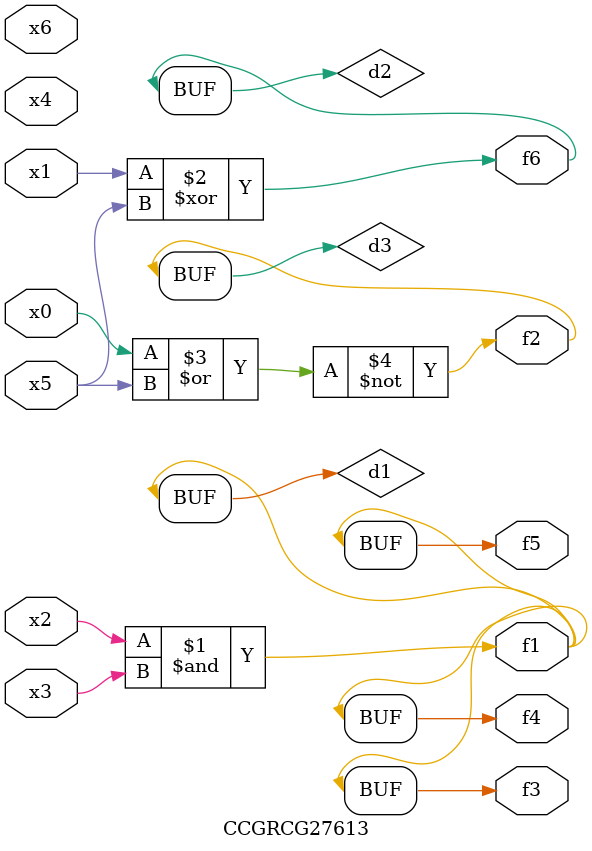
<source format=v>
module CCGRCG27613(
	input x0, x1, x2, x3, x4, x5, x6,
	output f1, f2, f3, f4, f5, f6
);

	wire d1, d2, d3;

	and (d1, x2, x3);
	xor (d2, x1, x5);
	nor (d3, x0, x5);
	assign f1 = d1;
	assign f2 = d3;
	assign f3 = d1;
	assign f4 = d1;
	assign f5 = d1;
	assign f6 = d2;
endmodule

</source>
